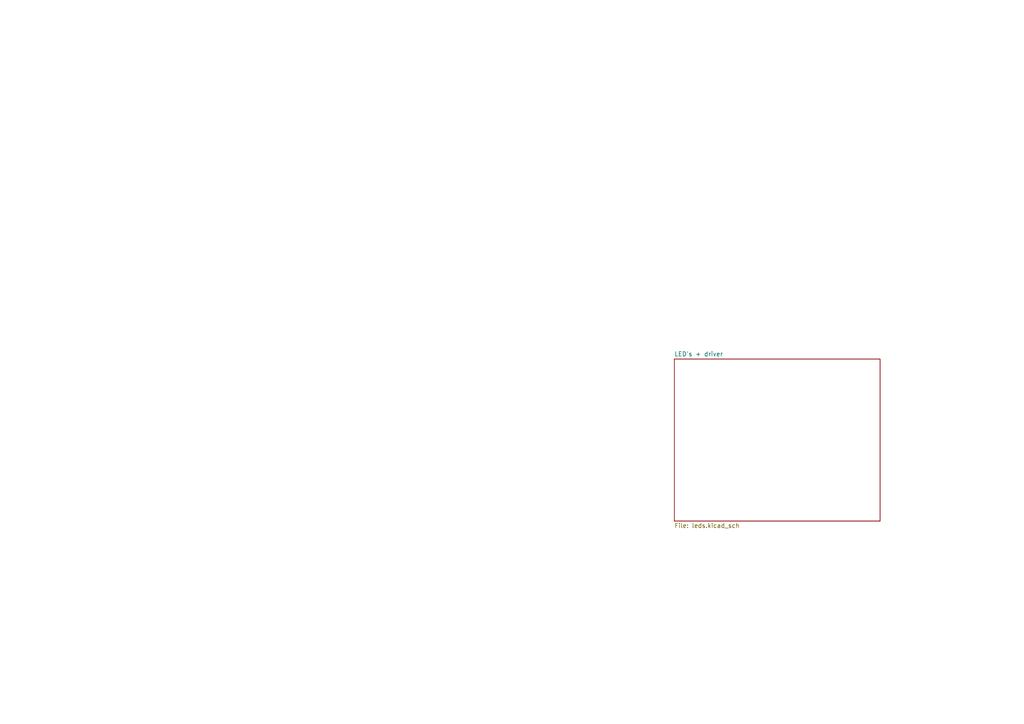
<source format=kicad_sch>
(kicad_sch (version 20230121) (generator eeschema)
  (paper "A4")
  (lib_symbols)
  (sheet (at 195.58 104.14) (size 59.69 46.99) (stroke (width 0.1524))
    (property "Sheetname" "LED's + driver" (at 195.58 103.4284 0) (effects (justify left bottom)))
    (property "Sheetfile" "leds.kicad_sch" (at 195.58 151.7146 0) (effects (justify left top)))
  )
)
</source>
